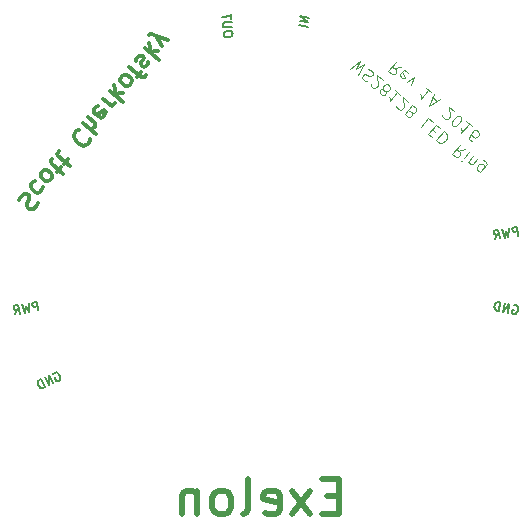
<source format=gbo>
G04 #@! TF.FileFunction,Legend,Bot*
%FSLAX46Y46*%
G04 Gerber Fmt 4.6, Leading zero omitted, Abs format (unit mm)*
G04 Created by KiCad (PCBNEW 4.0.1-stable) date 2/4/2016 5:51:54 PM*
%MOMM*%
G01*
G04 APERTURE LIST*
%ADD10C,0.100000*%
%ADD11C,0.300000*%
%ADD12C,0.500000*%
%ADD13C,0.150000*%
G04 APERTURE END LIST*
D10*
X189461889Y-57756392D02*
X188900451Y-57906912D01*
X189024149Y-57389084D02*
X188381362Y-58155129D01*
X188673189Y-58400001D01*
X188776754Y-58424740D01*
X188843841Y-58418871D01*
X188941537Y-58376523D01*
X189033364Y-58267088D01*
X189058104Y-58163523D01*
X189052234Y-58096436D01*
X189009887Y-57998740D01*
X188718060Y-57753868D01*
X190051412Y-58313222D02*
X190009064Y-58215526D01*
X189863150Y-58093090D01*
X189759585Y-58068350D01*
X189661889Y-58110698D01*
X189417017Y-58402525D01*
X189392277Y-58506090D01*
X189434625Y-58603786D01*
X189580539Y-58726223D01*
X189684104Y-58750962D01*
X189781800Y-58708615D01*
X189843019Y-58635657D01*
X189539453Y-58256611D01*
X189945322Y-59032312D02*
X190556238Y-58674660D01*
X190310105Y-59338401D01*
X192015371Y-59899018D02*
X191577631Y-59531710D01*
X191796501Y-59715364D02*
X191153713Y-60481408D01*
X191172583Y-60310755D01*
X191160845Y-60176581D01*
X191118497Y-60078885D01*
X192123544Y-60362759D02*
X192488328Y-60668848D01*
X192234241Y-60082671D02*
X191846801Y-61062978D01*
X192744938Y-60511196D01*
X192965890Y-61877681D02*
X192971760Y-61944768D01*
X193014107Y-62042464D01*
X193196500Y-62195509D01*
X193300065Y-62220249D01*
X193367152Y-62214379D01*
X193464848Y-62172032D01*
X193526066Y-62099075D01*
X193581414Y-61959032D01*
X193510982Y-61153984D01*
X193985200Y-61551900D01*
X193816630Y-62715861D02*
X193889587Y-62777079D01*
X193993153Y-62801819D01*
X194060240Y-62795949D01*
X194157936Y-62753602D01*
X194316850Y-62638297D01*
X194469895Y-62455905D01*
X194555853Y-62279383D01*
X194580592Y-62175818D01*
X194574723Y-62108731D01*
X194532375Y-62011035D01*
X194459418Y-61949816D01*
X194355852Y-61925077D01*
X194288765Y-61930946D01*
X194191069Y-61973294D01*
X194032155Y-62088598D01*
X193879110Y-62270990D01*
X193793153Y-62447512D01*
X193768413Y-62551077D01*
X193774282Y-62618165D01*
X193816630Y-62715861D01*
X195444333Y-62776258D02*
X195006593Y-62408950D01*
X195225462Y-62592604D02*
X194582675Y-63358648D01*
X194601545Y-63187996D01*
X194589806Y-63053821D01*
X194547458Y-62956125D01*
X195458155Y-64093263D02*
X195312241Y-63970827D01*
X195269893Y-63873131D01*
X195264024Y-63806044D01*
X195282894Y-63635391D01*
X195368851Y-63458869D01*
X195613723Y-63167042D01*
X195711419Y-63124695D01*
X195778506Y-63118825D01*
X195882072Y-63143565D01*
X196027986Y-63266001D01*
X196070333Y-63363697D01*
X196076203Y-63430784D01*
X196051463Y-63534350D01*
X195898419Y-63716741D01*
X195800722Y-63759089D01*
X195733635Y-63764959D01*
X195630069Y-63740219D01*
X195484155Y-63617783D01*
X195441808Y-63520087D01*
X195435938Y-63453000D01*
X195460679Y-63349433D01*
X185190968Y-57924074D02*
X186016147Y-57311074D01*
X185702927Y-57980685D01*
X186307974Y-57555945D01*
X185847578Y-58475034D01*
X186715105Y-57959731D02*
X186855148Y-58015079D01*
X187037540Y-58168124D01*
X187079888Y-58265820D01*
X187085757Y-58332907D01*
X187061018Y-58436473D01*
X186999800Y-58509429D01*
X186902104Y-58551777D01*
X186835017Y-58557646D01*
X186731451Y-58532908D01*
X186554928Y-58446950D01*
X186451363Y-58422210D01*
X186384275Y-58428080D01*
X186286579Y-58470427D01*
X186225362Y-58543384D01*
X186200622Y-58646949D01*
X186206491Y-58714036D01*
X186248839Y-58811732D01*
X186431231Y-58964778D01*
X186571275Y-59020126D01*
X186893710Y-59228519D02*
X186899579Y-59295606D01*
X186941927Y-59393302D01*
X187124319Y-59546347D01*
X187227884Y-59571087D01*
X187294972Y-59565218D01*
X187392668Y-59522870D01*
X187453886Y-59449913D01*
X187509234Y-59309870D01*
X187438801Y-58504822D01*
X187913020Y-58902739D01*
X187983451Y-59707785D02*
X187879886Y-59683046D01*
X187812799Y-59688915D01*
X187715103Y-59731263D01*
X187684494Y-59767741D01*
X187659754Y-59871307D01*
X187665624Y-59938394D01*
X187707971Y-60036090D01*
X187853885Y-60158526D01*
X187957451Y-60183266D01*
X188024538Y-60177396D01*
X188122234Y-60135049D01*
X188152843Y-60098570D01*
X188177582Y-59995005D01*
X188171713Y-59927918D01*
X188129365Y-59830222D01*
X187983451Y-59707785D01*
X187941104Y-59610089D01*
X187935234Y-59543002D01*
X187959975Y-59439436D01*
X188082410Y-59293523D01*
X188180106Y-59251175D01*
X188247194Y-59245306D01*
X188350759Y-59270045D01*
X188496673Y-59392482D01*
X188539020Y-59490178D01*
X188544890Y-59557265D01*
X188520150Y-59660830D01*
X188397715Y-59806743D01*
X188300018Y-59849092D01*
X188232931Y-59854961D01*
X188129365Y-59830222D01*
X189372152Y-60127096D02*
X188934412Y-59759788D01*
X189153282Y-59943442D02*
X188510494Y-60709486D01*
X188529364Y-60538834D01*
X188517626Y-60404659D01*
X188475278Y-60306963D01*
X189082408Y-61065055D02*
X189088278Y-61132142D01*
X189130625Y-61229838D01*
X189313018Y-61382883D01*
X189416583Y-61407623D01*
X189483670Y-61401754D01*
X189581366Y-61359406D01*
X189642584Y-61286449D01*
X189697932Y-61146406D01*
X189627500Y-60341358D01*
X190101718Y-60739275D01*
X190348673Y-61630279D02*
X190488716Y-61685628D01*
X190555804Y-61679758D01*
X190653500Y-61637410D01*
X190745327Y-61527975D01*
X190770067Y-61424410D01*
X190764197Y-61357323D01*
X190721850Y-61259627D01*
X190430023Y-61014755D01*
X189787235Y-61780799D01*
X190042584Y-61995062D01*
X190146149Y-62019802D01*
X190213236Y-62013932D01*
X190310932Y-61971585D01*
X190372150Y-61898628D01*
X190396890Y-61795063D01*
X190391020Y-61727976D01*
X190348673Y-61630279D01*
X190093324Y-61416017D01*
X192144504Y-62453375D02*
X191779720Y-62147285D01*
X191136933Y-62913330D01*
X192063153Y-63068899D02*
X192318502Y-63283162D01*
X192764635Y-62973727D02*
X192399852Y-62667637D01*
X191757064Y-63433682D01*
X192121847Y-63739772D01*
X193092939Y-63249207D02*
X192450152Y-64015252D01*
X192632543Y-64168296D01*
X192772588Y-64223645D01*
X192906762Y-64211907D01*
X193004458Y-64169559D01*
X193163372Y-64054255D01*
X193255199Y-63944819D01*
X193341157Y-63768297D01*
X193365896Y-63664732D01*
X193354157Y-63530557D01*
X193275331Y-63402252D01*
X193092939Y-63249207D01*
X194880377Y-64749045D02*
X194318939Y-64899566D01*
X194442637Y-64381738D02*
X193799849Y-65147782D01*
X194091676Y-65392654D01*
X194195242Y-65417394D01*
X194262329Y-65411524D01*
X194360025Y-65369177D01*
X194451852Y-65259742D01*
X194476591Y-65156177D01*
X194470722Y-65089089D01*
X194428374Y-64991393D01*
X194136547Y-64746521D01*
X195208681Y-65024526D02*
X194780156Y-65535222D01*
X194565894Y-65790570D02*
X194560024Y-65723483D01*
X194627112Y-65717613D01*
X194632981Y-65784701D01*
X194565894Y-65790570D01*
X194627112Y-65717613D01*
X195144939Y-65841311D02*
X195573464Y-65330615D01*
X195206157Y-65768355D02*
X195212026Y-65835442D01*
X195254374Y-65933138D01*
X195363809Y-66024965D01*
X195467375Y-66049705D01*
X195565071Y-66007357D01*
X195901769Y-65606095D01*
X196166332Y-66698362D02*
X196686684Y-66078230D01*
X196711423Y-65974665D01*
X196705554Y-65907578D01*
X196663206Y-65809881D01*
X196553771Y-65718054D01*
X196450205Y-65693315D01*
X196564248Y-66224143D02*
X196521901Y-66126447D01*
X196375987Y-66004011D01*
X196272421Y-65979272D01*
X196205334Y-65985141D01*
X196107638Y-66027489D01*
X195923984Y-66246359D01*
X195899245Y-66349924D01*
X195905114Y-66417012D01*
X195947462Y-66514708D01*
X196093375Y-66637144D01*
X196196941Y-66661883D01*
D11*
X157112073Y-69078289D02*
X157195096Y-68868223D01*
X157424663Y-68594636D01*
X157571207Y-68531114D01*
X157671838Y-68522310D01*
X157827186Y-68559419D01*
X157936621Y-68651246D01*
X158000143Y-68797790D01*
X158008947Y-68898421D01*
X157971837Y-69053769D01*
X157842901Y-69318552D01*
X157805791Y-69473901D01*
X157814596Y-69574532D01*
X157878117Y-69721076D01*
X157987552Y-69812903D01*
X158142900Y-69850012D01*
X158243531Y-69841208D01*
X158390076Y-69777687D01*
X158619643Y-69504100D01*
X158702665Y-69294034D01*
X158489475Y-67436765D02*
X158342931Y-67500287D01*
X158159277Y-67719156D01*
X158122167Y-67874505D01*
X158130972Y-67975136D01*
X158194493Y-68121680D01*
X158522797Y-68397160D01*
X158678146Y-68434269D01*
X158778777Y-68425466D01*
X158925322Y-68361944D01*
X159108975Y-68143074D01*
X159146084Y-67987726D01*
X158985718Y-66734242D02*
X158948608Y-66889591D01*
X158957413Y-66990222D01*
X159020934Y-67136766D01*
X159349238Y-67412246D01*
X159504587Y-67449355D01*
X159605218Y-67440552D01*
X159751763Y-67377030D01*
X159889503Y-67212878D01*
X159926612Y-67057530D01*
X159917807Y-66956898D01*
X159854286Y-66810354D01*
X159525982Y-66534873D01*
X159370633Y-66497765D01*
X159270002Y-66506569D01*
X159123458Y-66570090D01*
X158985718Y-66734242D01*
X160348637Y-66665703D02*
X160715944Y-66227963D01*
X160869399Y-66822944D02*
X159884485Y-65996503D01*
X159820963Y-65849959D01*
X159858073Y-65694610D01*
X159949900Y-65585176D01*
X160899598Y-66009094D02*
X161266905Y-65571354D01*
X161420360Y-66166335D02*
X160435445Y-65339893D01*
X160371924Y-65193349D01*
X160409034Y-65038001D01*
X160500861Y-64928566D01*
X162217265Y-63105282D02*
X162116633Y-63114086D01*
X161924176Y-63232325D01*
X161832349Y-63341760D01*
X161749326Y-63551825D01*
X161766934Y-63753087D01*
X161830455Y-63899631D01*
X162003412Y-64138003D01*
X162167564Y-64275743D01*
X162432348Y-64404679D01*
X162587696Y-64441788D01*
X162788958Y-64424180D01*
X162981416Y-64305941D01*
X163073242Y-64196507D01*
X163156265Y-63986440D01*
X163147461Y-63885809D01*
X162521050Y-62520998D02*
X163670117Y-63485179D01*
X162934271Y-62028541D02*
X163536163Y-62533588D01*
X163599684Y-62680132D01*
X163562575Y-62835481D01*
X163424835Y-62999633D01*
X163278290Y-63063155D01*
X163177659Y-63071958D01*
X163815429Y-61089540D02*
X163668885Y-61153062D01*
X163485232Y-61371931D01*
X163448122Y-61527279D01*
X163511643Y-61673823D01*
X163949383Y-62041131D01*
X164104732Y-62078240D01*
X164251276Y-62014719D01*
X164434930Y-61795849D01*
X164472038Y-61640501D01*
X164408517Y-61493956D01*
X164299083Y-61402129D01*
X163730514Y-61857478D01*
X164219846Y-60496452D02*
X164985890Y-61139239D01*
X164767020Y-60955585D02*
X164922368Y-60992695D01*
X165022999Y-60983891D01*
X165169544Y-60920370D01*
X165261371Y-60810935D01*
X164816720Y-59785125D02*
X165965787Y-60749307D01*
X165346286Y-60042997D02*
X165184027Y-59347386D01*
X165950071Y-59990174D02*
X165145024Y-60060605D01*
X165734988Y-58690776D02*
X165697878Y-58846124D01*
X165706683Y-58946755D01*
X165770204Y-59093299D01*
X166098508Y-59368780D01*
X166253857Y-59405888D01*
X166354488Y-59397085D01*
X166501033Y-59333563D01*
X166638773Y-59169411D01*
X166675881Y-59014063D01*
X166667077Y-58913431D01*
X166603556Y-58766887D01*
X166275252Y-58491407D01*
X166119903Y-58454298D01*
X166019272Y-58463102D01*
X165872728Y-58526624D01*
X165734988Y-58690776D01*
X167097907Y-58622237D02*
X167465214Y-58184497D01*
X166469603Y-57815296D02*
X167454517Y-58641737D01*
X167609865Y-58678847D01*
X167756410Y-58615325D01*
X167848236Y-58505890D01*
X167029367Y-57259318D02*
X167066477Y-57103970D01*
X167250131Y-56885099D01*
X167396674Y-56821577D01*
X167552022Y-56858687D01*
X167606740Y-56904601D01*
X167670262Y-57051145D01*
X167633153Y-57206493D01*
X167495412Y-57370646D01*
X167458303Y-57525994D01*
X167521824Y-57672538D01*
X167576542Y-57718452D01*
X167731890Y-57755561D01*
X167878435Y-57692039D01*
X168016175Y-57527887D01*
X168053284Y-57372538D01*
X167801092Y-56228490D02*
X168950158Y-57192671D01*
X168330657Y-56486362D02*
X168168398Y-55790750D01*
X168934443Y-56433538D02*
X168129396Y-56503970D01*
X169255837Y-56050515D02*
X168719360Y-55134140D01*
X169714971Y-55503341D02*
X168719360Y-55134140D01*
X168353945Y-55014008D01*
X168253314Y-55022812D01*
X168106771Y-55086334D01*
D12*
X184212857Y-94105714D02*
X183212857Y-94105714D01*
X182784286Y-95677143D02*
X184212857Y-95677143D01*
X184212857Y-92677143D01*
X182784286Y-92677143D01*
X181784286Y-95677143D02*
X180212857Y-93677143D01*
X181784286Y-93677143D02*
X180212857Y-95677143D01*
X177927143Y-95534286D02*
X178212857Y-95677143D01*
X178784286Y-95677143D01*
X179070000Y-95534286D01*
X179212857Y-95248571D01*
X179212857Y-94105714D01*
X179070000Y-93820000D01*
X178784286Y-93677143D01*
X178212857Y-93677143D01*
X177927143Y-93820000D01*
X177784286Y-94105714D01*
X177784286Y-94391429D01*
X179212857Y-94677143D01*
X176070000Y-95677143D02*
X176355714Y-95534286D01*
X176498571Y-95248571D01*
X176498571Y-92677143D01*
X174498571Y-95677143D02*
X174784285Y-95534286D01*
X174927142Y-95391429D01*
X175069999Y-95105714D01*
X175069999Y-94248571D01*
X174927142Y-93962857D01*
X174784285Y-93820000D01*
X174498571Y-93677143D01*
X174069999Y-93677143D01*
X173784285Y-93820000D01*
X173641428Y-93962857D01*
X173498571Y-94248571D01*
X173498571Y-95105714D01*
X173641428Y-95391429D01*
X173784285Y-95534286D01*
X174069999Y-95677143D01*
X174498571Y-95677143D01*
X172212856Y-93677143D02*
X172212856Y-95677143D01*
X172212856Y-93962857D02*
X172069999Y-93820000D01*
X171784285Y-93677143D01*
X171355713Y-93677143D01*
X171069999Y-93820000D01*
X170927142Y-94105714D01*
X170927142Y-95677143D01*
D13*
X160039408Y-83768639D02*
X160089051Y-83706084D01*
X160186156Y-83660803D01*
X160298354Y-83647890D01*
X160393276Y-83682440D01*
X160455832Y-83732082D01*
X160548574Y-83846461D01*
X160593854Y-83943566D01*
X160621861Y-84088131D01*
X160619679Y-84167962D01*
X160585130Y-84262884D01*
X160503119Y-84340534D01*
X160438383Y-84370721D01*
X160326184Y-84383633D01*
X160278723Y-84366358D01*
X160173068Y-84139781D01*
X160302541Y-84079407D01*
X160017598Y-84566936D02*
X159700634Y-83887206D01*
X159629179Y-84748059D01*
X159312216Y-84068328D01*
X159305499Y-84898993D02*
X158988535Y-84219263D01*
X158826694Y-84294730D01*
X158744683Y-84372379D01*
X158710134Y-84467302D01*
X158707952Y-84547132D01*
X158735958Y-84691698D01*
X158781239Y-84788802D01*
X158873981Y-84903181D01*
X158936537Y-84952824D01*
X159031459Y-84987373D01*
X159143658Y-84974461D01*
X159305499Y-84898993D01*
X158777724Y-78392483D02*
X158647488Y-77653877D01*
X158366114Y-77703491D01*
X158301972Y-77751066D01*
X158273002Y-77792439D01*
X158250234Y-77868985D01*
X158268839Y-77974500D01*
X158316414Y-78038641D01*
X158357788Y-78067612D01*
X158434333Y-78090380D01*
X158715707Y-78040766D01*
X157979225Y-77771710D02*
X157933603Y-78541325D01*
X157699890Y-78038555D01*
X157652229Y-78590939D01*
X157346134Y-77883341D01*
X156772936Y-78745982D02*
X156957121Y-78350852D01*
X157194997Y-78671561D02*
X157064761Y-77932955D01*
X156783387Y-77982569D01*
X156719246Y-78030144D01*
X156690275Y-78071517D01*
X156667507Y-78148062D01*
X156686112Y-78253578D01*
X156733687Y-78317719D01*
X156775061Y-78346689D01*
X156851606Y-78369457D01*
X157132980Y-78319844D01*
X199001865Y-77961925D02*
X199078410Y-77939157D01*
X199183926Y-77957762D01*
X199283239Y-78011538D01*
X199341178Y-78094286D01*
X199363948Y-78170830D01*
X199374312Y-78317719D01*
X199355707Y-78423234D01*
X199295729Y-78557719D01*
X199248153Y-78621861D01*
X199165407Y-78679800D01*
X199053689Y-78696368D01*
X198983346Y-78683964D01*
X198884032Y-78630187D01*
X198855062Y-78588813D01*
X198898474Y-78342611D01*
X199039161Y-78367418D01*
X198526114Y-78603342D02*
X198656350Y-77864736D01*
X198104053Y-78528921D01*
X198234289Y-77790315D01*
X197752337Y-78466904D02*
X197882573Y-77728298D01*
X197706714Y-77697290D01*
X197594997Y-77713856D01*
X197512251Y-77771796D01*
X197464675Y-77835937D01*
X197404697Y-77970422D01*
X197386091Y-78075938D01*
X197396456Y-78222826D01*
X197419225Y-78299372D01*
X197477164Y-78382118D01*
X197576478Y-78435895D01*
X197752337Y-78466904D01*
X199413166Y-72069750D02*
X199302308Y-71327988D01*
X199019732Y-71370219D01*
X198954367Y-71416099D01*
X198924323Y-71456699D01*
X198899560Y-71532623D01*
X198915396Y-71638589D01*
X198961276Y-71703953D01*
X199001877Y-71733997D01*
X199077800Y-71758761D01*
X199360376Y-71716530D01*
X198631190Y-71428287D02*
X198565438Y-72196444D01*
X198344966Y-71687729D01*
X198282861Y-72238675D01*
X197995394Y-71523308D01*
X197399811Y-72370648D02*
X197594276Y-71980475D01*
X197823676Y-72307301D02*
X197712819Y-71565539D01*
X197430242Y-71607770D01*
X197364877Y-71653650D01*
X197334833Y-71694250D01*
X197310070Y-71770174D01*
X197325906Y-71876140D01*
X197371786Y-71941504D01*
X197412388Y-71971548D01*
X197488310Y-71996312D01*
X197770887Y-71954081D01*
X180817650Y-54247972D02*
X181556255Y-54378208D01*
X180879667Y-53896255D02*
X181618273Y-54026491D01*
X180954088Y-53474194D01*
X181692693Y-53604430D01*
X175214518Y-55031349D02*
X175202067Y-54889036D01*
X175160264Y-54820992D01*
X175082881Y-54756060D01*
X174937455Y-54732933D01*
X174688406Y-54754722D01*
X174549205Y-54802751D01*
X174484275Y-54880133D01*
X174454921Y-54954402D01*
X174467372Y-55096716D01*
X174509176Y-55164760D01*
X174586558Y-55229692D01*
X174731984Y-55252819D01*
X174981033Y-55231030D01*
X175120233Y-55183001D01*
X175185165Y-55105619D01*
X175214518Y-55031349D01*
X175158489Y-54390939D02*
X174553657Y-54443855D01*
X174479388Y-54414501D01*
X174440697Y-54382036D01*
X174398892Y-54313992D01*
X174386442Y-54171678D01*
X174415795Y-54097409D01*
X174448261Y-54058718D01*
X174516304Y-54016914D01*
X175121137Y-53963998D01*
X175099348Y-53714949D02*
X175061995Y-53288009D01*
X174333526Y-53566847D02*
X175080672Y-53501480D01*
M02*

</source>
